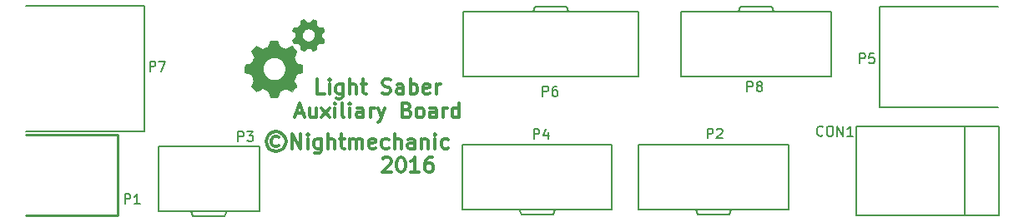
<source format=gto>
G04 #@! TF.FileFunction,Legend,Top*
%FSLAX46Y46*%
G04 Gerber Fmt 4.6, Leading zero omitted, Abs format (unit mm)*
G04 Created by KiCad (PCBNEW 4.0.1-stable) date 2/14/2016 11:26:41 PM*
%MOMM*%
G01*
G04 APERTURE LIST*
%ADD10C,0.100000*%
%ADD11C,0.300000*%
%ADD12C,0.150000*%
%ADD13C,0.250000*%
%ADD14C,0.002540*%
G04 APERTURE END LIST*
D10*
D11*
X96335714Y-71685714D02*
X96192856Y-71614286D01*
X95907142Y-71614286D01*
X95764285Y-71685714D01*
X95621428Y-71828571D01*
X95549999Y-71971429D01*
X95549999Y-72257143D01*
X95621428Y-72400000D01*
X95764285Y-72542857D01*
X95907142Y-72614286D01*
X96192856Y-72614286D01*
X96335714Y-72542857D01*
X96049999Y-71114286D02*
X95692856Y-71185714D01*
X95335714Y-71400000D01*
X95121428Y-71757143D01*
X95049999Y-72114286D01*
X95121428Y-72471429D01*
X95335714Y-72828571D01*
X95692856Y-73042857D01*
X96049999Y-73114286D01*
X96407142Y-73042857D01*
X96764285Y-72828571D01*
X96978571Y-72471429D01*
X97049999Y-72114286D01*
X96978571Y-71757143D01*
X96764285Y-71400000D01*
X96407142Y-71185714D01*
X96049999Y-71114286D01*
X97692857Y-72828571D02*
X97692857Y-71328571D01*
X98550000Y-72828571D01*
X98550000Y-71328571D01*
X99264286Y-72828571D02*
X99264286Y-71828571D01*
X99264286Y-71328571D02*
X99192857Y-71400000D01*
X99264286Y-71471429D01*
X99335714Y-71400000D01*
X99264286Y-71328571D01*
X99264286Y-71471429D01*
X100621429Y-71828571D02*
X100621429Y-73042857D01*
X100550000Y-73185714D01*
X100478572Y-73257143D01*
X100335715Y-73328571D01*
X100121429Y-73328571D01*
X99978572Y-73257143D01*
X100621429Y-72757143D02*
X100478572Y-72828571D01*
X100192858Y-72828571D01*
X100050000Y-72757143D01*
X99978572Y-72685714D01*
X99907143Y-72542857D01*
X99907143Y-72114286D01*
X99978572Y-71971429D01*
X100050000Y-71900000D01*
X100192858Y-71828571D01*
X100478572Y-71828571D01*
X100621429Y-71900000D01*
X101335715Y-72828571D02*
X101335715Y-71328571D01*
X101978572Y-72828571D02*
X101978572Y-72042857D01*
X101907143Y-71900000D01*
X101764286Y-71828571D01*
X101550001Y-71828571D01*
X101407143Y-71900000D01*
X101335715Y-71971429D01*
X102478572Y-71828571D02*
X103050001Y-71828571D01*
X102692858Y-71328571D02*
X102692858Y-72614286D01*
X102764286Y-72757143D01*
X102907144Y-72828571D01*
X103050001Y-72828571D01*
X103550001Y-72828571D02*
X103550001Y-71828571D01*
X103550001Y-71971429D02*
X103621429Y-71900000D01*
X103764287Y-71828571D01*
X103978572Y-71828571D01*
X104121429Y-71900000D01*
X104192858Y-72042857D01*
X104192858Y-72828571D01*
X104192858Y-72042857D02*
X104264287Y-71900000D01*
X104407144Y-71828571D01*
X104621429Y-71828571D01*
X104764287Y-71900000D01*
X104835715Y-72042857D01*
X104835715Y-72828571D01*
X106121429Y-72757143D02*
X105978572Y-72828571D01*
X105692858Y-72828571D01*
X105550001Y-72757143D01*
X105478572Y-72614286D01*
X105478572Y-72042857D01*
X105550001Y-71900000D01*
X105692858Y-71828571D01*
X105978572Y-71828571D01*
X106121429Y-71900000D01*
X106192858Y-72042857D01*
X106192858Y-72185714D01*
X105478572Y-72328571D01*
X107478572Y-72757143D02*
X107335715Y-72828571D01*
X107050001Y-72828571D01*
X106907143Y-72757143D01*
X106835715Y-72685714D01*
X106764286Y-72542857D01*
X106764286Y-72114286D01*
X106835715Y-71971429D01*
X106907143Y-71900000D01*
X107050001Y-71828571D01*
X107335715Y-71828571D01*
X107478572Y-71900000D01*
X108121429Y-72828571D02*
X108121429Y-71328571D01*
X108764286Y-72828571D02*
X108764286Y-72042857D01*
X108692857Y-71900000D01*
X108550000Y-71828571D01*
X108335715Y-71828571D01*
X108192857Y-71900000D01*
X108121429Y-71971429D01*
X110121429Y-72828571D02*
X110121429Y-72042857D01*
X110050000Y-71900000D01*
X109907143Y-71828571D01*
X109621429Y-71828571D01*
X109478572Y-71900000D01*
X110121429Y-72757143D02*
X109978572Y-72828571D01*
X109621429Y-72828571D01*
X109478572Y-72757143D01*
X109407143Y-72614286D01*
X109407143Y-72471429D01*
X109478572Y-72328571D01*
X109621429Y-72257143D01*
X109978572Y-72257143D01*
X110121429Y-72185714D01*
X110835715Y-71828571D02*
X110835715Y-72828571D01*
X110835715Y-71971429D02*
X110907143Y-71900000D01*
X111050001Y-71828571D01*
X111264286Y-71828571D01*
X111407143Y-71900000D01*
X111478572Y-72042857D01*
X111478572Y-72828571D01*
X112192858Y-72828571D02*
X112192858Y-71828571D01*
X112192858Y-71328571D02*
X112121429Y-71400000D01*
X112192858Y-71471429D01*
X112264286Y-71400000D01*
X112192858Y-71328571D01*
X112192858Y-71471429D01*
X113550001Y-72757143D02*
X113407144Y-72828571D01*
X113121430Y-72828571D01*
X112978572Y-72757143D01*
X112907144Y-72685714D01*
X112835715Y-72542857D01*
X112835715Y-72114286D01*
X112907144Y-71971429D01*
X112978572Y-71900000D01*
X113121430Y-71828571D01*
X113407144Y-71828571D01*
X113550001Y-71900000D01*
X106871429Y-73871429D02*
X106942858Y-73800000D01*
X107085715Y-73728571D01*
X107442858Y-73728571D01*
X107585715Y-73800000D01*
X107657144Y-73871429D01*
X107728572Y-74014286D01*
X107728572Y-74157143D01*
X107657144Y-74371429D01*
X106800001Y-75228571D01*
X107728572Y-75228571D01*
X108657143Y-73728571D02*
X108800000Y-73728571D01*
X108942857Y-73800000D01*
X109014286Y-73871429D01*
X109085715Y-74014286D01*
X109157143Y-74300000D01*
X109157143Y-74657143D01*
X109085715Y-74942857D01*
X109014286Y-75085714D01*
X108942857Y-75157143D01*
X108800000Y-75228571D01*
X108657143Y-75228571D01*
X108514286Y-75157143D01*
X108442857Y-75085714D01*
X108371429Y-74942857D01*
X108300000Y-74657143D01*
X108300000Y-74300000D01*
X108371429Y-74014286D01*
X108442857Y-73871429D01*
X108514286Y-73800000D01*
X108657143Y-73728571D01*
X110585714Y-75228571D02*
X109728571Y-75228571D01*
X110157143Y-75228571D02*
X110157143Y-73728571D01*
X110014286Y-73942857D01*
X109871428Y-74085714D01*
X109728571Y-74157143D01*
X111871428Y-73728571D02*
X111585714Y-73728571D01*
X111442857Y-73800000D01*
X111371428Y-73871429D01*
X111228571Y-74085714D01*
X111157142Y-74371429D01*
X111157142Y-74942857D01*
X111228571Y-75085714D01*
X111299999Y-75157143D01*
X111442857Y-75228571D01*
X111728571Y-75228571D01*
X111871428Y-75157143D01*
X111942857Y-75085714D01*
X112014285Y-74942857D01*
X112014285Y-74585714D01*
X111942857Y-74442857D01*
X111871428Y-74371429D01*
X111728571Y-74300000D01*
X111442857Y-74300000D01*
X111299999Y-74371429D01*
X111228571Y-74442857D01*
X111157142Y-74585714D01*
X100971429Y-67278571D02*
X100257143Y-67278571D01*
X100257143Y-65778571D01*
X101471429Y-67278571D02*
X101471429Y-66278571D01*
X101471429Y-65778571D02*
X101400000Y-65850000D01*
X101471429Y-65921429D01*
X101542857Y-65850000D01*
X101471429Y-65778571D01*
X101471429Y-65921429D01*
X102828572Y-66278571D02*
X102828572Y-67492857D01*
X102757143Y-67635714D01*
X102685715Y-67707143D01*
X102542858Y-67778571D01*
X102328572Y-67778571D01*
X102185715Y-67707143D01*
X102828572Y-67207143D02*
X102685715Y-67278571D01*
X102400001Y-67278571D01*
X102257143Y-67207143D01*
X102185715Y-67135714D01*
X102114286Y-66992857D01*
X102114286Y-66564286D01*
X102185715Y-66421429D01*
X102257143Y-66350000D01*
X102400001Y-66278571D01*
X102685715Y-66278571D01*
X102828572Y-66350000D01*
X103542858Y-67278571D02*
X103542858Y-65778571D01*
X104185715Y-67278571D02*
X104185715Y-66492857D01*
X104114286Y-66350000D01*
X103971429Y-66278571D01*
X103757144Y-66278571D01*
X103614286Y-66350000D01*
X103542858Y-66421429D01*
X104685715Y-66278571D02*
X105257144Y-66278571D01*
X104900001Y-65778571D02*
X104900001Y-67064286D01*
X104971429Y-67207143D01*
X105114287Y-67278571D01*
X105257144Y-67278571D01*
X106828572Y-67207143D02*
X107042858Y-67278571D01*
X107400001Y-67278571D01*
X107542858Y-67207143D01*
X107614287Y-67135714D01*
X107685715Y-66992857D01*
X107685715Y-66850000D01*
X107614287Y-66707143D01*
X107542858Y-66635714D01*
X107400001Y-66564286D01*
X107114287Y-66492857D01*
X106971429Y-66421429D01*
X106900001Y-66350000D01*
X106828572Y-66207143D01*
X106828572Y-66064286D01*
X106900001Y-65921429D01*
X106971429Y-65850000D01*
X107114287Y-65778571D01*
X107471429Y-65778571D01*
X107685715Y-65850000D01*
X108971429Y-67278571D02*
X108971429Y-66492857D01*
X108900000Y-66350000D01*
X108757143Y-66278571D01*
X108471429Y-66278571D01*
X108328572Y-66350000D01*
X108971429Y-67207143D02*
X108828572Y-67278571D01*
X108471429Y-67278571D01*
X108328572Y-67207143D01*
X108257143Y-67064286D01*
X108257143Y-66921429D01*
X108328572Y-66778571D01*
X108471429Y-66707143D01*
X108828572Y-66707143D01*
X108971429Y-66635714D01*
X109685715Y-67278571D02*
X109685715Y-65778571D01*
X109685715Y-66350000D02*
X109828572Y-66278571D01*
X110114286Y-66278571D01*
X110257143Y-66350000D01*
X110328572Y-66421429D01*
X110400001Y-66564286D01*
X110400001Y-66992857D01*
X110328572Y-67135714D01*
X110257143Y-67207143D01*
X110114286Y-67278571D01*
X109828572Y-67278571D01*
X109685715Y-67207143D01*
X111614286Y-67207143D02*
X111471429Y-67278571D01*
X111185715Y-67278571D01*
X111042858Y-67207143D01*
X110971429Y-67064286D01*
X110971429Y-66492857D01*
X111042858Y-66350000D01*
X111185715Y-66278571D01*
X111471429Y-66278571D01*
X111614286Y-66350000D01*
X111685715Y-66492857D01*
X111685715Y-66635714D01*
X110971429Y-66778571D01*
X112328572Y-67278571D02*
X112328572Y-66278571D01*
X112328572Y-66564286D02*
X112400000Y-66421429D01*
X112471429Y-66350000D01*
X112614286Y-66278571D01*
X112757143Y-66278571D01*
X98114286Y-69250000D02*
X98828572Y-69250000D01*
X97971429Y-69678571D02*
X98471429Y-68178571D01*
X98971429Y-69678571D01*
X100114286Y-68678571D02*
X100114286Y-69678571D01*
X99471429Y-68678571D02*
X99471429Y-69464286D01*
X99542857Y-69607143D01*
X99685715Y-69678571D01*
X99900000Y-69678571D01*
X100042857Y-69607143D01*
X100114286Y-69535714D01*
X100685715Y-69678571D02*
X101471429Y-68678571D01*
X100685715Y-68678571D02*
X101471429Y-69678571D01*
X102042858Y-69678571D02*
X102042858Y-68678571D01*
X102042858Y-68178571D02*
X101971429Y-68250000D01*
X102042858Y-68321429D01*
X102114286Y-68250000D01*
X102042858Y-68178571D01*
X102042858Y-68321429D01*
X102971430Y-69678571D02*
X102828572Y-69607143D01*
X102757144Y-69464286D01*
X102757144Y-68178571D01*
X103542858Y-69678571D02*
X103542858Y-68678571D01*
X103542858Y-68178571D02*
X103471429Y-68250000D01*
X103542858Y-68321429D01*
X103614286Y-68250000D01*
X103542858Y-68178571D01*
X103542858Y-68321429D01*
X104900001Y-69678571D02*
X104900001Y-68892857D01*
X104828572Y-68750000D01*
X104685715Y-68678571D01*
X104400001Y-68678571D01*
X104257144Y-68750000D01*
X104900001Y-69607143D02*
X104757144Y-69678571D01*
X104400001Y-69678571D01*
X104257144Y-69607143D01*
X104185715Y-69464286D01*
X104185715Y-69321429D01*
X104257144Y-69178571D01*
X104400001Y-69107143D01*
X104757144Y-69107143D01*
X104900001Y-69035714D01*
X105614287Y-69678571D02*
X105614287Y-68678571D01*
X105614287Y-68964286D02*
X105685715Y-68821429D01*
X105757144Y-68750000D01*
X105900001Y-68678571D01*
X106042858Y-68678571D01*
X106400001Y-68678571D02*
X106757144Y-69678571D01*
X107114286Y-68678571D02*
X106757144Y-69678571D01*
X106614286Y-70035714D01*
X106542858Y-70107143D01*
X106400001Y-70178571D01*
X109328572Y-68892857D02*
X109542858Y-68964286D01*
X109614286Y-69035714D01*
X109685715Y-69178571D01*
X109685715Y-69392857D01*
X109614286Y-69535714D01*
X109542858Y-69607143D01*
X109400000Y-69678571D01*
X108828572Y-69678571D01*
X108828572Y-68178571D01*
X109328572Y-68178571D01*
X109471429Y-68250000D01*
X109542858Y-68321429D01*
X109614286Y-68464286D01*
X109614286Y-68607143D01*
X109542858Y-68750000D01*
X109471429Y-68821429D01*
X109328572Y-68892857D01*
X108828572Y-68892857D01*
X110542858Y-69678571D02*
X110400000Y-69607143D01*
X110328572Y-69535714D01*
X110257143Y-69392857D01*
X110257143Y-68964286D01*
X110328572Y-68821429D01*
X110400000Y-68750000D01*
X110542858Y-68678571D01*
X110757143Y-68678571D01*
X110900000Y-68750000D01*
X110971429Y-68821429D01*
X111042858Y-68964286D01*
X111042858Y-69392857D01*
X110971429Y-69535714D01*
X110900000Y-69607143D01*
X110757143Y-69678571D01*
X110542858Y-69678571D01*
X112328572Y-69678571D02*
X112328572Y-68892857D01*
X112257143Y-68750000D01*
X112114286Y-68678571D01*
X111828572Y-68678571D01*
X111685715Y-68750000D01*
X112328572Y-69607143D02*
X112185715Y-69678571D01*
X111828572Y-69678571D01*
X111685715Y-69607143D01*
X111614286Y-69464286D01*
X111614286Y-69321429D01*
X111685715Y-69178571D01*
X111828572Y-69107143D01*
X112185715Y-69107143D01*
X112328572Y-69035714D01*
X113042858Y-69678571D02*
X113042858Y-68678571D01*
X113042858Y-68964286D02*
X113114286Y-68821429D01*
X113185715Y-68750000D01*
X113328572Y-68678571D01*
X113471429Y-68678571D01*
X114614286Y-69678571D02*
X114614286Y-68178571D01*
X114614286Y-69607143D02*
X114471429Y-69678571D01*
X114185715Y-69678571D01*
X114042857Y-69607143D01*
X113971429Y-69535714D01*
X113900000Y-69392857D01*
X113900000Y-68964286D01*
X113971429Y-68821429D01*
X114042857Y-68750000D01*
X114185715Y-68678571D01*
X114471429Y-68678571D01*
X114614286Y-68750000D01*
D12*
X165900500Y-79600880D02*
X165900500Y-70599120D01*
X169400620Y-79600880D02*
X169400620Y-70599120D01*
X169400620Y-70599120D02*
X154899760Y-70599120D01*
X154899760Y-70599120D02*
X154899760Y-79600880D01*
X154899760Y-79600880D02*
X169400620Y-79600880D01*
D13*
X79950000Y-79600000D02*
X79950000Y-71400000D01*
X70650000Y-79600000D02*
X79950000Y-79600000D01*
X79950000Y-71400000D02*
X70650000Y-71400000D01*
D12*
X142250000Y-79050000D02*
X142050000Y-79550000D01*
X142050000Y-79550000D02*
X138850000Y-79550000D01*
X138850000Y-79550000D02*
X138650000Y-79050000D01*
X132850000Y-72450000D02*
X132850000Y-79050000D01*
X132850000Y-79050000D02*
X148050000Y-79050000D01*
X148050000Y-79050000D02*
X148050000Y-72450000D01*
X148050000Y-72450000D02*
X132850000Y-72450000D01*
X91050000Y-79200000D02*
X90850000Y-79700000D01*
X90850000Y-79700000D02*
X87650000Y-79700000D01*
X87650000Y-79700000D02*
X87450000Y-79200000D01*
X84150000Y-72600000D02*
X84150000Y-79200000D01*
X84150000Y-79200000D02*
X94350000Y-79200000D01*
X94350000Y-79200000D02*
X94350000Y-72600000D01*
X94350000Y-72600000D02*
X84150000Y-72600000D01*
X124350000Y-79050000D02*
X124150000Y-79550000D01*
X124150000Y-79550000D02*
X120950000Y-79550000D01*
X120950000Y-79550000D02*
X120750000Y-79050000D01*
X114950000Y-72450000D02*
X114950000Y-79050000D01*
X114950000Y-79050000D02*
X130150000Y-79050000D01*
X130150000Y-79050000D02*
X130150000Y-72450000D01*
X130150000Y-72450000D02*
X114950000Y-72450000D01*
X169300000Y-58400000D02*
X157300000Y-58400000D01*
X157300000Y-58400000D02*
X157300000Y-68600000D01*
X157300000Y-68600000D02*
X169300000Y-68600000D01*
X122150000Y-58900000D02*
X122350000Y-58400000D01*
X122350000Y-58400000D02*
X125550000Y-58400000D01*
X125550000Y-58400000D02*
X125750000Y-58900000D01*
X132850000Y-65500000D02*
X132850000Y-58900000D01*
X132850000Y-58900000D02*
X115050000Y-58900000D01*
X115050000Y-58900000D02*
X115050000Y-65500000D01*
X115050000Y-65500000D02*
X132850000Y-65500000D01*
X70700000Y-71100000D02*
X82700000Y-71100000D01*
X82700000Y-71100000D02*
X82700000Y-58300000D01*
X82700000Y-58300000D02*
X70700000Y-58300000D01*
X142950000Y-58900000D02*
X143150000Y-58400000D01*
X143150000Y-58400000D02*
X146350000Y-58400000D01*
X146350000Y-58400000D02*
X146550000Y-58900000D01*
X152350000Y-65500000D02*
X152350000Y-58900000D01*
X152350000Y-58900000D02*
X137150000Y-58900000D01*
X137150000Y-58900000D02*
X137150000Y-65500000D01*
X137150000Y-65500000D02*
X152350000Y-65500000D01*
D14*
G36*
X98698320Y-65052080D02*
X98385900Y-65166380D01*
X98070940Y-65280680D01*
X98043000Y-65387360D01*
X98027760Y-65435620D01*
X98009980Y-65488960D01*
X97987120Y-65552460D01*
X97956640Y-65633740D01*
X97913460Y-65737880D01*
X97870280Y-65842020D01*
X97865200Y-65864880D01*
X97865200Y-65890280D01*
X97875360Y-65928380D01*
X97893140Y-65981720D01*
X97928700Y-66057920D01*
X97976960Y-66162060D01*
X97989660Y-66192540D01*
X98037920Y-66291600D01*
X98076020Y-66380500D01*
X98106500Y-66451620D01*
X98126820Y-66497340D01*
X98129360Y-66512580D01*
X98116660Y-66530360D01*
X98081100Y-66573540D01*
X98025220Y-66631960D01*
X97954100Y-66705620D01*
X97890600Y-66769120D01*
X97651840Y-67005340D01*
X97341960Y-66858020D01*
X97032080Y-66713240D01*
X97006680Y-66725940D01*
X97006680Y-64693940D01*
X96991440Y-64516140D01*
X96938100Y-64312940D01*
X96854280Y-64130060D01*
X96745060Y-63970040D01*
X96615520Y-63832880D01*
X96465660Y-63718580D01*
X96303100Y-63634760D01*
X96127840Y-63573800D01*
X95944960Y-63543320D01*
X95759540Y-63540780D01*
X95574120Y-63571260D01*
X95391240Y-63632220D01*
X95218520Y-63726200D01*
X95053420Y-63853200D01*
X95022940Y-63883680D01*
X94888320Y-64043700D01*
X94786720Y-64218960D01*
X94718140Y-64401840D01*
X94685120Y-64592340D01*
X94680040Y-64782840D01*
X94707980Y-64970800D01*
X94768940Y-65151140D01*
X94857840Y-65321320D01*
X94974680Y-65476260D01*
X95122000Y-65613420D01*
X95297260Y-65727720D01*
X95350600Y-65755660D01*
X95548720Y-65826780D01*
X95749380Y-65862340D01*
X95957660Y-65857260D01*
X96171020Y-65814080D01*
X96198960Y-65806460D01*
X96384380Y-65727720D01*
X96552020Y-65618500D01*
X96701880Y-65478800D01*
X96826340Y-65318780D01*
X96920320Y-65138440D01*
X96940640Y-65082560D01*
X96991440Y-64886980D01*
X97006680Y-64693940D01*
X97006680Y-66725940D01*
X96854280Y-66802140D01*
X96760300Y-66845320D01*
X96663780Y-66888500D01*
X96577420Y-66921520D01*
X96549480Y-66931680D01*
X96422480Y-66972320D01*
X96305640Y-67302520D01*
X96191340Y-67635260D01*
X95843360Y-67635260D01*
X95708740Y-67632720D01*
X95609680Y-67630180D01*
X95541100Y-67627640D01*
X95500460Y-67620020D01*
X95485220Y-67612400D01*
X95482680Y-67609860D01*
X95475060Y-67584460D01*
X95454740Y-67528580D01*
X95426800Y-67449840D01*
X95393780Y-67353320D01*
X95368380Y-67282200D01*
X95264240Y-66979940D01*
X95167720Y-66944380D01*
X95111840Y-66921520D01*
X95033100Y-66888500D01*
X94939120Y-66845320D01*
X94862920Y-66809760D01*
X94654640Y-66708160D01*
X94433660Y-66812300D01*
X94339680Y-66858020D01*
X94245700Y-66898660D01*
X94169500Y-66934220D01*
X94121240Y-66957080D01*
X94027260Y-66997720D01*
X93783420Y-66753880D01*
X93537040Y-66510040D01*
X93684360Y-66200160D01*
X93829140Y-65895360D01*
X93737700Y-65715020D01*
X93691980Y-65621040D01*
X93651340Y-65524520D01*
X93615780Y-65438160D01*
X93605620Y-65407680D01*
X93562440Y-65280680D01*
X93229700Y-65166380D01*
X92894420Y-65049540D01*
X92899500Y-64699020D01*
X92904580Y-64348500D01*
X92983320Y-64320560D01*
X93148420Y-64264680D01*
X93277960Y-64221500D01*
X93379560Y-64185940D01*
X93455760Y-64155460D01*
X93509100Y-64132600D01*
X93544660Y-64112280D01*
X93567520Y-64094500D01*
X93580220Y-64076720D01*
X93585300Y-64058940D01*
X93587840Y-64051320D01*
X93600540Y-64010680D01*
X93628480Y-63942100D01*
X93666580Y-63858280D01*
X93709760Y-63764300D01*
X93717380Y-63749060D01*
X93836760Y-63512840D01*
X93689440Y-63205500D01*
X93542120Y-62898160D01*
X93788500Y-62651780D01*
X94032340Y-62405400D01*
X94337140Y-62547640D01*
X94436200Y-62595900D01*
X94525100Y-62636540D01*
X94596220Y-62669560D01*
X94641940Y-62687340D01*
X94657180Y-62692420D01*
X94682580Y-62684800D01*
X94733380Y-62664480D01*
X94799420Y-62634000D01*
X94817200Y-62626380D01*
X94911180Y-62585740D01*
X95017860Y-62542560D01*
X95106760Y-62514620D01*
X95259160Y-62468900D01*
X95340440Y-62242840D01*
X95376000Y-62146320D01*
X95409020Y-62054880D01*
X95436960Y-61976140D01*
X95454740Y-61930420D01*
X95490300Y-61844060D01*
X95840820Y-61836440D01*
X96193880Y-61831360D01*
X96247220Y-61983760D01*
X96282780Y-62080280D01*
X96320880Y-62189500D01*
X96358980Y-62291100D01*
X96361520Y-62298720D01*
X96422480Y-62461280D01*
X96587580Y-62514620D01*
X96686640Y-62550180D01*
X96790780Y-62588280D01*
X96882220Y-62626380D01*
X96892380Y-62631460D01*
X97029540Y-62694960D01*
X97339420Y-62547640D01*
X97649300Y-62397780D01*
X97890600Y-62639080D01*
X97969340Y-62717820D01*
X98035380Y-62786400D01*
X98088720Y-62842280D01*
X98121740Y-62880380D01*
X98129360Y-62893080D01*
X98121740Y-62915940D01*
X98098880Y-62966740D01*
X98065860Y-63042940D01*
X98022680Y-63134380D01*
X97984580Y-63215660D01*
X97837260Y-63517920D01*
X97900760Y-63647460D01*
X97936320Y-63728740D01*
X97976960Y-63827800D01*
X98015060Y-63929400D01*
X98022680Y-63949720D01*
X98081100Y-64124980D01*
X98383360Y-64234200D01*
X98688160Y-64348500D01*
X98693240Y-64699020D01*
X98698320Y-65052080D01*
X98698320Y-65052080D01*
X98698320Y-65052080D01*
G37*
X98698320Y-65052080D02*
X98385900Y-65166380D01*
X98070940Y-65280680D01*
X98043000Y-65387360D01*
X98027760Y-65435620D01*
X98009980Y-65488960D01*
X97987120Y-65552460D01*
X97956640Y-65633740D01*
X97913460Y-65737880D01*
X97870280Y-65842020D01*
X97865200Y-65864880D01*
X97865200Y-65890280D01*
X97875360Y-65928380D01*
X97893140Y-65981720D01*
X97928700Y-66057920D01*
X97976960Y-66162060D01*
X97989660Y-66192540D01*
X98037920Y-66291600D01*
X98076020Y-66380500D01*
X98106500Y-66451620D01*
X98126820Y-66497340D01*
X98129360Y-66512580D01*
X98116660Y-66530360D01*
X98081100Y-66573540D01*
X98025220Y-66631960D01*
X97954100Y-66705620D01*
X97890600Y-66769120D01*
X97651840Y-67005340D01*
X97341960Y-66858020D01*
X97032080Y-66713240D01*
X97006680Y-66725940D01*
X97006680Y-64693940D01*
X96991440Y-64516140D01*
X96938100Y-64312940D01*
X96854280Y-64130060D01*
X96745060Y-63970040D01*
X96615520Y-63832880D01*
X96465660Y-63718580D01*
X96303100Y-63634760D01*
X96127840Y-63573800D01*
X95944960Y-63543320D01*
X95759540Y-63540780D01*
X95574120Y-63571260D01*
X95391240Y-63632220D01*
X95218520Y-63726200D01*
X95053420Y-63853200D01*
X95022940Y-63883680D01*
X94888320Y-64043700D01*
X94786720Y-64218960D01*
X94718140Y-64401840D01*
X94685120Y-64592340D01*
X94680040Y-64782840D01*
X94707980Y-64970800D01*
X94768940Y-65151140D01*
X94857840Y-65321320D01*
X94974680Y-65476260D01*
X95122000Y-65613420D01*
X95297260Y-65727720D01*
X95350600Y-65755660D01*
X95548720Y-65826780D01*
X95749380Y-65862340D01*
X95957660Y-65857260D01*
X96171020Y-65814080D01*
X96198960Y-65806460D01*
X96384380Y-65727720D01*
X96552020Y-65618500D01*
X96701880Y-65478800D01*
X96826340Y-65318780D01*
X96920320Y-65138440D01*
X96940640Y-65082560D01*
X96991440Y-64886980D01*
X97006680Y-64693940D01*
X97006680Y-66725940D01*
X96854280Y-66802140D01*
X96760300Y-66845320D01*
X96663780Y-66888500D01*
X96577420Y-66921520D01*
X96549480Y-66931680D01*
X96422480Y-66972320D01*
X96305640Y-67302520D01*
X96191340Y-67635260D01*
X95843360Y-67635260D01*
X95708740Y-67632720D01*
X95609680Y-67630180D01*
X95541100Y-67627640D01*
X95500460Y-67620020D01*
X95485220Y-67612400D01*
X95482680Y-67609860D01*
X95475060Y-67584460D01*
X95454740Y-67528580D01*
X95426800Y-67449840D01*
X95393780Y-67353320D01*
X95368380Y-67282200D01*
X95264240Y-66979940D01*
X95167720Y-66944380D01*
X95111840Y-66921520D01*
X95033100Y-66888500D01*
X94939120Y-66845320D01*
X94862920Y-66809760D01*
X94654640Y-66708160D01*
X94433660Y-66812300D01*
X94339680Y-66858020D01*
X94245700Y-66898660D01*
X94169500Y-66934220D01*
X94121240Y-66957080D01*
X94027260Y-66997720D01*
X93783420Y-66753880D01*
X93537040Y-66510040D01*
X93684360Y-66200160D01*
X93829140Y-65895360D01*
X93737700Y-65715020D01*
X93691980Y-65621040D01*
X93651340Y-65524520D01*
X93615780Y-65438160D01*
X93605620Y-65407680D01*
X93562440Y-65280680D01*
X93229700Y-65166380D01*
X92894420Y-65049540D01*
X92899500Y-64699020D01*
X92904580Y-64348500D01*
X92983320Y-64320560D01*
X93148420Y-64264680D01*
X93277960Y-64221500D01*
X93379560Y-64185940D01*
X93455760Y-64155460D01*
X93509100Y-64132600D01*
X93544660Y-64112280D01*
X93567520Y-64094500D01*
X93580220Y-64076720D01*
X93585300Y-64058940D01*
X93587840Y-64051320D01*
X93600540Y-64010680D01*
X93628480Y-63942100D01*
X93666580Y-63858280D01*
X93709760Y-63764300D01*
X93717380Y-63749060D01*
X93836760Y-63512840D01*
X93689440Y-63205500D01*
X93542120Y-62898160D01*
X93788500Y-62651780D01*
X94032340Y-62405400D01*
X94337140Y-62547640D01*
X94436200Y-62595900D01*
X94525100Y-62636540D01*
X94596220Y-62669560D01*
X94641940Y-62687340D01*
X94657180Y-62692420D01*
X94682580Y-62684800D01*
X94733380Y-62664480D01*
X94799420Y-62634000D01*
X94817200Y-62626380D01*
X94911180Y-62585740D01*
X95017860Y-62542560D01*
X95106760Y-62514620D01*
X95259160Y-62468900D01*
X95340440Y-62242840D01*
X95376000Y-62146320D01*
X95409020Y-62054880D01*
X95436960Y-61976140D01*
X95454740Y-61930420D01*
X95490300Y-61844060D01*
X95840820Y-61836440D01*
X96193880Y-61831360D01*
X96247220Y-61983760D01*
X96282780Y-62080280D01*
X96320880Y-62189500D01*
X96358980Y-62291100D01*
X96361520Y-62298720D01*
X96422480Y-62461280D01*
X96587580Y-62514620D01*
X96686640Y-62550180D01*
X96790780Y-62588280D01*
X96882220Y-62626380D01*
X96892380Y-62631460D01*
X97029540Y-62694960D01*
X97339420Y-62547640D01*
X97649300Y-62397780D01*
X97890600Y-62639080D01*
X97969340Y-62717820D01*
X98035380Y-62786400D01*
X98088720Y-62842280D01*
X98121740Y-62880380D01*
X98129360Y-62893080D01*
X98121740Y-62915940D01*
X98098880Y-62966740D01*
X98065860Y-63042940D01*
X98022680Y-63134380D01*
X97984580Y-63215660D01*
X97837260Y-63517920D01*
X97900760Y-63647460D01*
X97936320Y-63728740D01*
X97976960Y-63827800D01*
X98015060Y-63929400D01*
X98022680Y-63949720D01*
X98081100Y-64124980D01*
X98383360Y-64234200D01*
X98688160Y-64348500D01*
X98693240Y-64699020D01*
X98698320Y-65052080D01*
X98698320Y-65052080D01*
G36*
X100941140Y-61734840D02*
X100864940Y-61915180D01*
X100791280Y-62092980D01*
X100595700Y-62087900D01*
X100400120Y-62085360D01*
X100268040Y-62217440D01*
X100135960Y-62352060D01*
X100141040Y-62517160D01*
X100143580Y-62595900D01*
X100146120Y-62664480D01*
X100151200Y-62705120D01*
X100153740Y-62712740D01*
X100148660Y-62727980D01*
X100125800Y-62745760D01*
X100082620Y-62771160D01*
X100011500Y-62801640D01*
X99993720Y-62809260D01*
X99993720Y-61303040D01*
X99981020Y-61160800D01*
X99937840Y-61021100D01*
X99861640Y-60891560D01*
X99777820Y-60797580D01*
X99658440Y-60708680D01*
X99536520Y-60652800D01*
X99399360Y-60627400D01*
X99292680Y-60627400D01*
X99152980Y-60645180D01*
X99033600Y-60688360D01*
X98926920Y-60759480D01*
X98835480Y-60848380D01*
X98744040Y-60972840D01*
X98688160Y-61102380D01*
X98665300Y-61237000D01*
X98670380Y-61369080D01*
X98700860Y-61496080D01*
X98756740Y-61612920D01*
X98835480Y-61719600D01*
X98932000Y-61811040D01*
X99043760Y-61882160D01*
X99168220Y-61927880D01*
X99302840Y-61948200D01*
X99445080Y-61935500D01*
X99592400Y-61889780D01*
X99607640Y-61884700D01*
X99739720Y-61803420D01*
X99846400Y-61699280D01*
X99925140Y-61577360D01*
X99973400Y-61442740D01*
X99993720Y-61303040D01*
X99993720Y-62809260D01*
X99909900Y-62844820D01*
X99818460Y-62882920D01*
X99795600Y-62870220D01*
X99757500Y-62837200D01*
X99706700Y-62783860D01*
X99676220Y-62745760D01*
X99554300Y-62600980D01*
X99379040Y-62603520D01*
X99206320Y-62606060D01*
X99064080Y-62745760D01*
X99000580Y-62806720D01*
X98949780Y-62852440D01*
X98914220Y-62880380D01*
X98901520Y-62885460D01*
X98876120Y-62877840D01*
X98822780Y-62860060D01*
X98751660Y-62834660D01*
X98700860Y-62814340D01*
X98517980Y-62745760D01*
X98523060Y-62550180D01*
X98528140Y-62357140D01*
X98393520Y-62219980D01*
X98256360Y-62082820D01*
X98060780Y-62090440D01*
X97865200Y-62098060D01*
X97789000Y-61915180D01*
X97715340Y-61732300D01*
X97827100Y-61633240D01*
X97888060Y-61579900D01*
X97938860Y-61534180D01*
X97974420Y-61506240D01*
X97976960Y-61506240D01*
X97994740Y-61488460D01*
X98004900Y-61457980D01*
X98009980Y-61409720D01*
X98012520Y-61336060D01*
X98015060Y-61290340D01*
X98015060Y-61102380D01*
X97867740Y-60965220D01*
X97717880Y-60828060D01*
X97794080Y-60652800D01*
X97870280Y-60475000D01*
X98060780Y-60482620D01*
X98251280Y-60487700D01*
X98390980Y-60348000D01*
X98530680Y-60208300D01*
X98530680Y-60010180D01*
X98530680Y-59814600D01*
X98705940Y-59746020D01*
X98878660Y-59677440D01*
X99008200Y-59817140D01*
X99137740Y-59956840D01*
X99328240Y-59959380D01*
X99518740Y-59964460D01*
X99640660Y-59824760D01*
X99696540Y-59766340D01*
X99744800Y-59718080D01*
X99780360Y-59690140D01*
X99790520Y-59687600D01*
X99821000Y-59695220D01*
X99876880Y-59713000D01*
X99948000Y-59740940D01*
X99975940Y-59753640D01*
X100133420Y-59819680D01*
X100128340Y-60012720D01*
X100123260Y-60208300D01*
X100265500Y-60348000D01*
X100405200Y-60490240D01*
X100593160Y-60477540D01*
X100781120Y-60464840D01*
X100852240Y-60632480D01*
X100882720Y-60708680D01*
X100908120Y-60772180D01*
X100920820Y-60815360D01*
X100923360Y-60825520D01*
X100910660Y-60845840D01*
X100872560Y-60889020D01*
X100819220Y-60939820D01*
X100786200Y-60970300D01*
X100649040Y-61094760D01*
X100649040Y-61282720D01*
X100649040Y-61473220D01*
X100796360Y-61605300D01*
X100941140Y-61734840D01*
X100941140Y-61734840D01*
X100941140Y-61734840D01*
G37*
X100941140Y-61734840D02*
X100864940Y-61915180D01*
X100791280Y-62092980D01*
X100595700Y-62087900D01*
X100400120Y-62085360D01*
X100268040Y-62217440D01*
X100135960Y-62352060D01*
X100141040Y-62517160D01*
X100143580Y-62595900D01*
X100146120Y-62664480D01*
X100151200Y-62705120D01*
X100153740Y-62712740D01*
X100148660Y-62727980D01*
X100125800Y-62745760D01*
X100082620Y-62771160D01*
X100011500Y-62801640D01*
X99993720Y-62809260D01*
X99993720Y-61303040D01*
X99981020Y-61160800D01*
X99937840Y-61021100D01*
X99861640Y-60891560D01*
X99777820Y-60797580D01*
X99658440Y-60708680D01*
X99536520Y-60652800D01*
X99399360Y-60627400D01*
X99292680Y-60627400D01*
X99152980Y-60645180D01*
X99033600Y-60688360D01*
X98926920Y-60759480D01*
X98835480Y-60848380D01*
X98744040Y-60972840D01*
X98688160Y-61102380D01*
X98665300Y-61237000D01*
X98670380Y-61369080D01*
X98700860Y-61496080D01*
X98756740Y-61612920D01*
X98835480Y-61719600D01*
X98932000Y-61811040D01*
X99043760Y-61882160D01*
X99168220Y-61927880D01*
X99302840Y-61948200D01*
X99445080Y-61935500D01*
X99592400Y-61889780D01*
X99607640Y-61884700D01*
X99739720Y-61803420D01*
X99846400Y-61699280D01*
X99925140Y-61577360D01*
X99973400Y-61442740D01*
X99993720Y-61303040D01*
X99993720Y-62809260D01*
X99909900Y-62844820D01*
X99818460Y-62882920D01*
X99795600Y-62870220D01*
X99757500Y-62837200D01*
X99706700Y-62783860D01*
X99676220Y-62745760D01*
X99554300Y-62600980D01*
X99379040Y-62603520D01*
X99206320Y-62606060D01*
X99064080Y-62745760D01*
X99000580Y-62806720D01*
X98949780Y-62852440D01*
X98914220Y-62880380D01*
X98901520Y-62885460D01*
X98876120Y-62877840D01*
X98822780Y-62860060D01*
X98751660Y-62834660D01*
X98700860Y-62814340D01*
X98517980Y-62745760D01*
X98523060Y-62550180D01*
X98528140Y-62357140D01*
X98393520Y-62219980D01*
X98256360Y-62082820D01*
X98060780Y-62090440D01*
X97865200Y-62098060D01*
X97789000Y-61915180D01*
X97715340Y-61732300D01*
X97827100Y-61633240D01*
X97888060Y-61579900D01*
X97938860Y-61534180D01*
X97974420Y-61506240D01*
X97976960Y-61506240D01*
X97994740Y-61488460D01*
X98004900Y-61457980D01*
X98009980Y-61409720D01*
X98012520Y-61336060D01*
X98015060Y-61290340D01*
X98015060Y-61102380D01*
X97867740Y-60965220D01*
X97717880Y-60828060D01*
X97794080Y-60652800D01*
X97870280Y-60475000D01*
X98060780Y-60482620D01*
X98251280Y-60487700D01*
X98390980Y-60348000D01*
X98530680Y-60208300D01*
X98530680Y-60010180D01*
X98530680Y-59814600D01*
X98705940Y-59746020D01*
X98878660Y-59677440D01*
X99008200Y-59817140D01*
X99137740Y-59956840D01*
X99328240Y-59959380D01*
X99518740Y-59964460D01*
X99640660Y-59824760D01*
X99696540Y-59766340D01*
X99744800Y-59718080D01*
X99780360Y-59690140D01*
X99790520Y-59687600D01*
X99821000Y-59695220D01*
X99876880Y-59713000D01*
X99948000Y-59740940D01*
X99975940Y-59753640D01*
X100133420Y-59819680D01*
X100128340Y-60012720D01*
X100123260Y-60208300D01*
X100265500Y-60348000D01*
X100405200Y-60490240D01*
X100593160Y-60477540D01*
X100781120Y-60464840D01*
X100852240Y-60632480D01*
X100882720Y-60708680D01*
X100908120Y-60772180D01*
X100920820Y-60815360D01*
X100923360Y-60825520D01*
X100910660Y-60845840D01*
X100872560Y-60889020D01*
X100819220Y-60939820D01*
X100786200Y-60970300D01*
X100649040Y-61094760D01*
X100649040Y-61282720D01*
X100649040Y-61473220D01*
X100796360Y-61605300D01*
X100941140Y-61734840D01*
X100941140Y-61734840D01*
D12*
X151535715Y-71457143D02*
X151488096Y-71504762D01*
X151345239Y-71552381D01*
X151250001Y-71552381D01*
X151107143Y-71504762D01*
X151011905Y-71409524D01*
X150964286Y-71314286D01*
X150916667Y-71123810D01*
X150916667Y-70980952D01*
X150964286Y-70790476D01*
X151011905Y-70695238D01*
X151107143Y-70600000D01*
X151250001Y-70552381D01*
X151345239Y-70552381D01*
X151488096Y-70600000D01*
X151535715Y-70647619D01*
X152154762Y-70552381D02*
X152345239Y-70552381D01*
X152440477Y-70600000D01*
X152535715Y-70695238D01*
X152583334Y-70885714D01*
X152583334Y-71219048D01*
X152535715Y-71409524D01*
X152440477Y-71504762D01*
X152345239Y-71552381D01*
X152154762Y-71552381D01*
X152059524Y-71504762D01*
X151964286Y-71409524D01*
X151916667Y-71219048D01*
X151916667Y-70885714D01*
X151964286Y-70695238D01*
X152059524Y-70600000D01*
X152154762Y-70552381D01*
X153011905Y-71552381D02*
X153011905Y-70552381D01*
X153583334Y-71552381D01*
X153583334Y-70552381D01*
X154583334Y-71552381D02*
X154011905Y-71552381D01*
X154297619Y-71552381D02*
X154297619Y-70552381D01*
X154202381Y-70695238D01*
X154107143Y-70790476D01*
X154011905Y-70838095D01*
X80711905Y-78452381D02*
X80711905Y-77452381D01*
X81092858Y-77452381D01*
X81188096Y-77500000D01*
X81235715Y-77547619D01*
X81283334Y-77642857D01*
X81283334Y-77785714D01*
X81235715Y-77880952D01*
X81188096Y-77928571D01*
X81092858Y-77976190D01*
X80711905Y-77976190D01*
X82235715Y-78452381D02*
X81664286Y-78452381D01*
X81950000Y-78452381D02*
X81950000Y-77452381D01*
X81854762Y-77595238D01*
X81759524Y-77690476D01*
X81664286Y-77738095D01*
X139811905Y-71802381D02*
X139811905Y-70802381D01*
X140192858Y-70802381D01*
X140288096Y-70850000D01*
X140335715Y-70897619D01*
X140383334Y-70992857D01*
X140383334Y-71135714D01*
X140335715Y-71230952D01*
X140288096Y-71278571D01*
X140192858Y-71326190D01*
X139811905Y-71326190D01*
X140764286Y-70897619D02*
X140811905Y-70850000D01*
X140907143Y-70802381D01*
X141145239Y-70802381D01*
X141240477Y-70850000D01*
X141288096Y-70897619D01*
X141335715Y-70992857D01*
X141335715Y-71088095D01*
X141288096Y-71230952D01*
X140716667Y-71802381D01*
X141335715Y-71802381D01*
X92211905Y-72102381D02*
X92211905Y-71102381D01*
X92592858Y-71102381D01*
X92688096Y-71150000D01*
X92735715Y-71197619D01*
X92783334Y-71292857D01*
X92783334Y-71435714D01*
X92735715Y-71530952D01*
X92688096Y-71578571D01*
X92592858Y-71626190D01*
X92211905Y-71626190D01*
X93116667Y-71102381D02*
X93735715Y-71102381D01*
X93402381Y-71483333D01*
X93545239Y-71483333D01*
X93640477Y-71530952D01*
X93688096Y-71578571D01*
X93735715Y-71673810D01*
X93735715Y-71911905D01*
X93688096Y-72007143D01*
X93640477Y-72054762D01*
X93545239Y-72102381D01*
X93259524Y-72102381D01*
X93164286Y-72054762D01*
X93116667Y-72007143D01*
X122211905Y-71852381D02*
X122211905Y-70852381D01*
X122592858Y-70852381D01*
X122688096Y-70900000D01*
X122735715Y-70947619D01*
X122783334Y-71042857D01*
X122783334Y-71185714D01*
X122735715Y-71280952D01*
X122688096Y-71328571D01*
X122592858Y-71376190D01*
X122211905Y-71376190D01*
X123640477Y-71185714D02*
X123640477Y-71852381D01*
X123402381Y-70804762D02*
X123164286Y-71519048D01*
X123783334Y-71519048D01*
X155261905Y-64152381D02*
X155261905Y-63152381D01*
X155642858Y-63152381D01*
X155738096Y-63200000D01*
X155785715Y-63247619D01*
X155833334Y-63342857D01*
X155833334Y-63485714D01*
X155785715Y-63580952D01*
X155738096Y-63628571D01*
X155642858Y-63676190D01*
X155261905Y-63676190D01*
X156738096Y-63152381D02*
X156261905Y-63152381D01*
X156214286Y-63628571D01*
X156261905Y-63580952D01*
X156357143Y-63533333D01*
X156595239Y-63533333D01*
X156690477Y-63580952D01*
X156738096Y-63628571D01*
X156785715Y-63723810D01*
X156785715Y-63961905D01*
X156738096Y-64057143D01*
X156690477Y-64104762D01*
X156595239Y-64152381D01*
X156357143Y-64152381D01*
X156261905Y-64104762D01*
X156214286Y-64057143D01*
X123111905Y-67502381D02*
X123111905Y-66502381D01*
X123492858Y-66502381D01*
X123588096Y-66550000D01*
X123635715Y-66597619D01*
X123683334Y-66692857D01*
X123683334Y-66835714D01*
X123635715Y-66930952D01*
X123588096Y-66978571D01*
X123492858Y-67026190D01*
X123111905Y-67026190D01*
X124540477Y-66502381D02*
X124350000Y-66502381D01*
X124254762Y-66550000D01*
X124207143Y-66597619D01*
X124111905Y-66740476D01*
X124064286Y-66930952D01*
X124064286Y-67311905D01*
X124111905Y-67407143D01*
X124159524Y-67454762D01*
X124254762Y-67502381D01*
X124445239Y-67502381D01*
X124540477Y-67454762D01*
X124588096Y-67407143D01*
X124635715Y-67311905D01*
X124635715Y-67073810D01*
X124588096Y-66978571D01*
X124540477Y-66930952D01*
X124445239Y-66883333D01*
X124254762Y-66883333D01*
X124159524Y-66930952D01*
X124111905Y-66978571D01*
X124064286Y-67073810D01*
X83261905Y-64952381D02*
X83261905Y-63952381D01*
X83642858Y-63952381D01*
X83738096Y-64000000D01*
X83785715Y-64047619D01*
X83833334Y-64142857D01*
X83833334Y-64285714D01*
X83785715Y-64380952D01*
X83738096Y-64428571D01*
X83642858Y-64476190D01*
X83261905Y-64476190D01*
X84166667Y-63952381D02*
X84833334Y-63952381D01*
X84404762Y-64952381D01*
X143861905Y-67002381D02*
X143861905Y-66002381D01*
X144242858Y-66002381D01*
X144338096Y-66050000D01*
X144385715Y-66097619D01*
X144433334Y-66192857D01*
X144433334Y-66335714D01*
X144385715Y-66430952D01*
X144338096Y-66478571D01*
X144242858Y-66526190D01*
X143861905Y-66526190D01*
X145004762Y-66430952D02*
X144909524Y-66383333D01*
X144861905Y-66335714D01*
X144814286Y-66240476D01*
X144814286Y-66192857D01*
X144861905Y-66097619D01*
X144909524Y-66050000D01*
X145004762Y-66002381D01*
X145195239Y-66002381D01*
X145290477Y-66050000D01*
X145338096Y-66097619D01*
X145385715Y-66192857D01*
X145385715Y-66240476D01*
X145338096Y-66335714D01*
X145290477Y-66383333D01*
X145195239Y-66430952D01*
X145004762Y-66430952D01*
X144909524Y-66478571D01*
X144861905Y-66526190D01*
X144814286Y-66621429D01*
X144814286Y-66811905D01*
X144861905Y-66907143D01*
X144909524Y-66954762D01*
X145004762Y-67002381D01*
X145195239Y-67002381D01*
X145290477Y-66954762D01*
X145338096Y-66907143D01*
X145385715Y-66811905D01*
X145385715Y-66621429D01*
X145338096Y-66526190D01*
X145290477Y-66478571D01*
X145195239Y-66430952D01*
M02*

</source>
